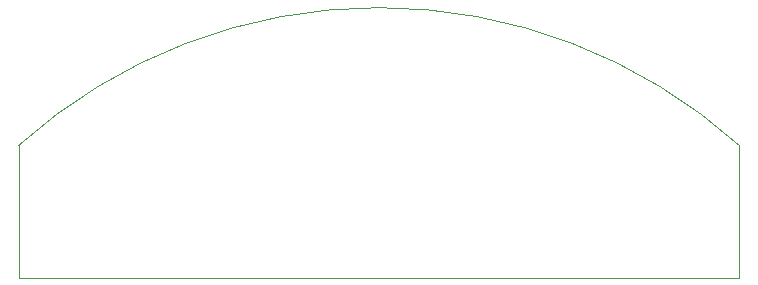
<source format=gbr>
%TF.GenerationSoftware,KiCad,Pcbnew,(6.0.5)*%
%TF.CreationDate,2024-03-24T23:16:05+02:00*%
%TF.ProjectId,SensingSubsystem,53656e73-696e-4675-9375-627379737465,rev?*%
%TF.SameCoordinates,Original*%
%TF.FileFunction,Profile,NP*%
%FSLAX46Y46*%
G04 Gerber Fmt 4.6, Leading zero omitted, Abs format (unit mm)*
G04 Created by KiCad (PCBNEW (6.0.5)) date 2024-03-24 23:16:05*
%MOMM*%
%LPD*%
G01*
G04 APERTURE LIST*
%TA.AperFunction,Profile*%
%ADD10C,0.100000*%
%TD*%
G04 APERTURE END LIST*
D10*
X176556593Y-125966128D02*
G75*
G03*
X146050000Y-114300000I-30506593J-34053872D01*
G01*
X115570000Y-137160000D02*
X176530000Y-137160000D01*
X146049994Y-114299996D02*
G75*
G03*
X115543401Y-125966128I6J-45720004D01*
G01*
X115543401Y-125966128D02*
X115570000Y-137160000D01*
X176530000Y-137160000D02*
X176556593Y-125966128D01*
M02*

</source>
